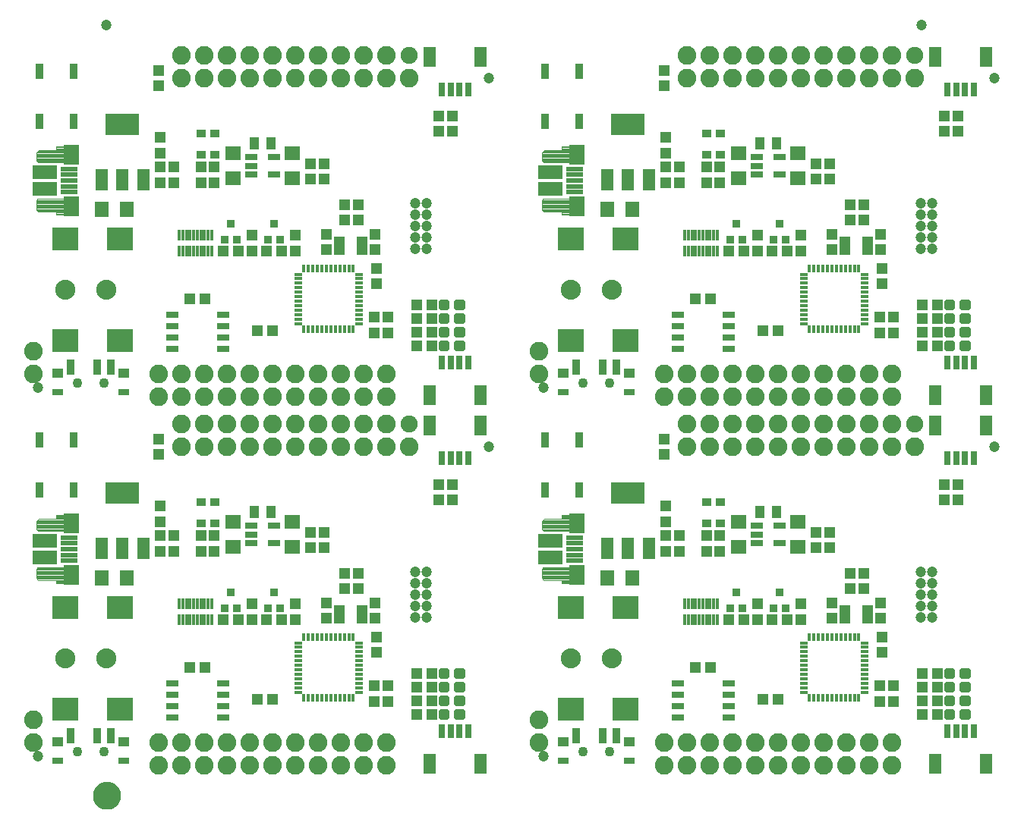
<source format=gts>
G75*
%MOIN*%
%OFA0B0*%
%FSLAX25Y25*%
%IPPOS*%
%LPD*%
%AMOC8*
5,1,8,0,0,1.08239X$1,22.5*
%
%ADD10C,0.07493*%
%ADD11R,0.06312X0.07099*%
%ADD12R,0.04737X0.05131*%
%ADD13R,0.07099X0.06312*%
%ADD14C,0.01990*%
%ADD15R,0.07690X0.02375*%
%ADD16R,0.06548X0.08674*%
%ADD17R,0.10643X0.06410*%
%ADD18C,0.00400*%
%ADD19R,0.05131X0.04737*%
%ADD20R,0.03556X0.06706*%
%ADD21R,0.04737X0.03162*%
%ADD22R,0.04737X0.03950*%
%ADD23C,0.04343*%
%ADD24C,0.08200*%
%ADD25C,0.04737*%
%ADD26R,0.05524X0.03162*%
%ADD27R,0.04737X0.07887*%
%ADD28R,0.01784X0.03556*%
%ADD29R,0.03556X0.01784*%
%ADD30R,0.05600X0.09600*%
%ADD31R,0.14973X0.09461*%
%ADD32R,0.03950X0.05524*%
%ADD33R,0.01587X0.05131*%
%ADD34R,0.01587X0.04737*%
%ADD35R,0.05524X0.08674*%
%ADD36R,0.03162X0.06115*%
%ADD37R,0.05524X0.02965*%
%ADD38R,0.11824X0.10249*%
%ADD39C,0.08800*%
%ADD40R,0.03556X0.03556*%
%ADD41R,0.04068X0.03280*%
%ADD42R,0.03800X0.06800*%
%ADD43C,0.05000*%
%ADD44C,0.06706*%
D10*
X0208750Y0209580D03*
X0430750Y0209580D03*
X0430750Y0371580D03*
X0208750Y0371580D03*
D11*
X0295738Y0304080D03*
X0306762Y0304080D03*
X0084762Y0304080D03*
X0073738Y0304080D03*
X0073738Y0142080D03*
X0084762Y0142080D03*
X0295738Y0142080D03*
X0306762Y0142080D03*
D12*
X0321250Y0153734D03*
X0327250Y0153734D03*
X0327250Y0160426D03*
X0321250Y0160426D03*
X0321250Y0166734D03*
X0321250Y0173426D03*
X0339250Y0160426D03*
X0345050Y0160426D03*
X0345050Y0153734D03*
X0339250Y0153734D03*
X0361750Y0130426D03*
X0361750Y0123734D03*
X0380750Y0123734D03*
X0380750Y0130426D03*
X0394250Y0130926D03*
X0402250Y0137234D03*
X0408250Y0137234D03*
X0408250Y0143926D03*
X0402250Y0143926D03*
X0393250Y0155234D03*
X0387250Y0155234D03*
X0387250Y0161926D03*
X0393250Y0161926D03*
X0415750Y0130926D03*
X0415750Y0124234D03*
X0416250Y0115926D03*
X0416250Y0109234D03*
X0415250Y0094426D03*
X0421250Y0094426D03*
X0421250Y0087734D03*
X0415250Y0087734D03*
X0394250Y0124234D03*
X0443750Y0176234D03*
X0449750Y0176234D03*
X0449750Y0182926D03*
X0443750Y0182926D03*
X0421250Y0249734D03*
X0415250Y0249734D03*
X0415250Y0256426D03*
X0421250Y0256426D03*
X0416250Y0271234D03*
X0416250Y0277926D03*
X0415750Y0286234D03*
X0415750Y0292926D03*
X0408250Y0299234D03*
X0402250Y0299234D03*
X0394250Y0292926D03*
X0394250Y0286234D03*
X0380750Y0285734D03*
X0380750Y0292426D03*
X0402250Y0305926D03*
X0408250Y0305926D03*
X0393250Y0317234D03*
X0387250Y0317234D03*
X0387250Y0323926D03*
X0393250Y0323926D03*
X0361750Y0292426D03*
X0361750Y0285734D03*
X0345050Y0315734D03*
X0339250Y0315734D03*
X0339250Y0322426D03*
X0345050Y0322426D03*
X0327250Y0322426D03*
X0321250Y0322426D03*
X0321250Y0328734D03*
X0321250Y0335426D03*
X0321250Y0315734D03*
X0327250Y0315734D03*
X0320750Y0358234D03*
X0320750Y0364926D03*
X0227750Y0344926D03*
X0221750Y0344926D03*
X0221750Y0338234D03*
X0227750Y0338234D03*
X0186250Y0305926D03*
X0180250Y0305926D03*
X0180250Y0299234D03*
X0186250Y0299234D03*
X0193750Y0292926D03*
X0193750Y0286234D03*
X0194250Y0277926D03*
X0194250Y0271234D03*
X0193250Y0256426D03*
X0199250Y0256426D03*
X0199250Y0249734D03*
X0193250Y0249734D03*
X0172250Y0286234D03*
X0172250Y0292926D03*
X0158750Y0292426D03*
X0158750Y0285734D03*
X0139750Y0285734D03*
X0139750Y0292426D03*
X0123050Y0315734D03*
X0117250Y0315734D03*
X0117250Y0322426D03*
X0123050Y0322426D03*
X0105250Y0322426D03*
X0099250Y0322426D03*
X0099250Y0328734D03*
X0099250Y0335426D03*
X0099250Y0315734D03*
X0105250Y0315734D03*
X0165250Y0317234D03*
X0171250Y0317234D03*
X0171250Y0323926D03*
X0165250Y0323926D03*
X0098750Y0358234D03*
X0098750Y0364926D03*
X0098750Y0202926D03*
X0098750Y0196234D03*
X0099250Y0173426D03*
X0099250Y0166734D03*
X0099250Y0160426D03*
X0105250Y0160426D03*
X0105250Y0153734D03*
X0099250Y0153734D03*
X0117250Y0153734D03*
X0123050Y0153734D03*
X0123050Y0160426D03*
X0117250Y0160426D03*
X0139750Y0130426D03*
X0139750Y0123734D03*
X0158750Y0123734D03*
X0158750Y0130426D03*
X0172250Y0130926D03*
X0180250Y0137234D03*
X0186250Y0137234D03*
X0186250Y0143926D03*
X0180250Y0143926D03*
X0171250Y0155234D03*
X0165250Y0155234D03*
X0165250Y0161926D03*
X0171250Y0161926D03*
X0193750Y0130926D03*
X0193750Y0124234D03*
X0194250Y0115926D03*
X0194250Y0109234D03*
X0193250Y0094426D03*
X0199250Y0094426D03*
X0199250Y0087734D03*
X0193250Y0087734D03*
X0172250Y0124234D03*
X0221750Y0176234D03*
X0227750Y0176234D03*
X0227750Y0182926D03*
X0221750Y0182926D03*
X0320750Y0196234D03*
X0320750Y0202926D03*
X0443750Y0338234D03*
X0449750Y0338234D03*
X0449750Y0344926D03*
X0443750Y0344926D03*
D13*
X0379250Y0328592D03*
X0379250Y0317568D03*
X0353250Y0317568D03*
X0353250Y0328592D03*
X0157250Y0328592D03*
X0157250Y0317568D03*
X0131250Y0317568D03*
X0131250Y0328592D03*
X0131250Y0166592D03*
X0131250Y0155568D03*
X0157250Y0155568D03*
X0157250Y0166592D03*
X0353250Y0166592D03*
X0353250Y0155568D03*
X0379250Y0155568D03*
X0379250Y0166592D03*
D14*
X0444524Y0101203D02*
X0444524Y0098457D01*
X0444524Y0101203D02*
X0447270Y0101203D01*
X0447270Y0098457D01*
X0444524Y0098457D01*
X0444524Y0100347D02*
X0447270Y0100347D01*
X0451430Y0101203D02*
X0451430Y0098457D01*
X0451430Y0101203D02*
X0454176Y0101203D01*
X0454176Y0098457D01*
X0451430Y0098457D01*
X0451430Y0100347D02*
X0454176Y0100347D01*
X0451430Y0095253D02*
X0451430Y0092507D01*
X0451430Y0095253D02*
X0454176Y0095253D01*
X0454176Y0092507D01*
X0451430Y0092507D01*
X0451430Y0094397D02*
X0454176Y0094397D01*
X0444524Y0095253D02*
X0444524Y0092507D01*
X0444524Y0095253D02*
X0447270Y0095253D01*
X0447270Y0092507D01*
X0444524Y0092507D01*
X0444524Y0094397D02*
X0447270Y0094397D01*
X0447270Y0089203D02*
X0447270Y0086457D01*
X0444524Y0086457D01*
X0444524Y0089203D01*
X0447270Y0089203D01*
X0447270Y0088347D02*
X0444524Y0088347D01*
X0447270Y0083203D02*
X0447270Y0080457D01*
X0444524Y0080457D01*
X0444524Y0083203D01*
X0447270Y0083203D01*
X0447270Y0082347D02*
X0444524Y0082347D01*
X0454176Y0083203D02*
X0454176Y0080457D01*
X0451430Y0080457D01*
X0451430Y0083203D01*
X0454176Y0083203D01*
X0454176Y0082347D02*
X0451430Y0082347D01*
X0454176Y0086457D02*
X0454176Y0089203D01*
X0454176Y0086457D02*
X0451430Y0086457D01*
X0451430Y0089203D01*
X0454176Y0089203D01*
X0454176Y0088347D02*
X0451430Y0088347D01*
X0232176Y0089203D02*
X0232176Y0086457D01*
X0229430Y0086457D01*
X0229430Y0089203D01*
X0232176Y0089203D01*
X0232176Y0088347D02*
X0229430Y0088347D01*
X0225270Y0089203D02*
X0225270Y0086457D01*
X0222524Y0086457D01*
X0222524Y0089203D01*
X0225270Y0089203D01*
X0225270Y0088347D02*
X0222524Y0088347D01*
X0225270Y0083203D02*
X0225270Y0080457D01*
X0222524Y0080457D01*
X0222524Y0083203D01*
X0225270Y0083203D01*
X0225270Y0082347D02*
X0222524Y0082347D01*
X0232176Y0083203D02*
X0232176Y0080457D01*
X0229430Y0080457D01*
X0229430Y0083203D01*
X0232176Y0083203D01*
X0232176Y0082347D02*
X0229430Y0082347D01*
X0229430Y0092507D02*
X0229430Y0095253D01*
X0232176Y0095253D01*
X0232176Y0092507D01*
X0229430Y0092507D01*
X0229430Y0094397D02*
X0232176Y0094397D01*
X0229430Y0098457D02*
X0229430Y0101203D01*
X0232176Y0101203D01*
X0232176Y0098457D01*
X0229430Y0098457D01*
X0229430Y0100347D02*
X0232176Y0100347D01*
X0222524Y0101203D02*
X0222524Y0098457D01*
X0222524Y0101203D02*
X0225270Y0101203D01*
X0225270Y0098457D01*
X0222524Y0098457D01*
X0222524Y0100347D02*
X0225270Y0100347D01*
X0222524Y0095253D02*
X0222524Y0092507D01*
X0222524Y0095253D02*
X0225270Y0095253D01*
X0225270Y0092507D01*
X0222524Y0092507D01*
X0222524Y0094397D02*
X0225270Y0094397D01*
X0225270Y0242457D02*
X0225270Y0245203D01*
X0225270Y0242457D02*
X0222524Y0242457D01*
X0222524Y0245203D01*
X0225270Y0245203D01*
X0225270Y0244347D02*
X0222524Y0244347D01*
X0225270Y0248457D02*
X0225270Y0251203D01*
X0225270Y0248457D02*
X0222524Y0248457D01*
X0222524Y0251203D01*
X0225270Y0251203D01*
X0225270Y0250347D02*
X0222524Y0250347D01*
X0232176Y0251203D02*
X0232176Y0248457D01*
X0229430Y0248457D01*
X0229430Y0251203D01*
X0232176Y0251203D01*
X0232176Y0250347D02*
X0229430Y0250347D01*
X0232176Y0245203D02*
X0232176Y0242457D01*
X0229430Y0242457D01*
X0229430Y0245203D01*
X0232176Y0245203D01*
X0232176Y0244347D02*
X0229430Y0244347D01*
X0229430Y0254507D02*
X0229430Y0257253D01*
X0232176Y0257253D01*
X0232176Y0254507D01*
X0229430Y0254507D01*
X0229430Y0256397D02*
X0232176Y0256397D01*
X0229430Y0260457D02*
X0229430Y0263203D01*
X0232176Y0263203D01*
X0232176Y0260457D01*
X0229430Y0260457D01*
X0229430Y0262347D02*
X0232176Y0262347D01*
X0222524Y0263203D02*
X0222524Y0260457D01*
X0222524Y0263203D02*
X0225270Y0263203D01*
X0225270Y0260457D01*
X0222524Y0260457D01*
X0222524Y0262347D02*
X0225270Y0262347D01*
X0222524Y0257253D02*
X0222524Y0254507D01*
X0222524Y0257253D02*
X0225270Y0257253D01*
X0225270Y0254507D01*
X0222524Y0254507D01*
X0222524Y0256397D02*
X0225270Y0256397D01*
X0444524Y0257253D02*
X0444524Y0254507D01*
X0444524Y0257253D02*
X0447270Y0257253D01*
X0447270Y0254507D01*
X0444524Y0254507D01*
X0444524Y0256397D02*
X0447270Y0256397D01*
X0451430Y0257253D02*
X0451430Y0254507D01*
X0451430Y0257253D02*
X0454176Y0257253D01*
X0454176Y0254507D01*
X0451430Y0254507D01*
X0451430Y0256397D02*
X0454176Y0256397D01*
X0451430Y0260457D02*
X0451430Y0263203D01*
X0454176Y0263203D01*
X0454176Y0260457D01*
X0451430Y0260457D01*
X0451430Y0262347D02*
X0454176Y0262347D01*
X0444524Y0263203D02*
X0444524Y0260457D01*
X0444524Y0263203D02*
X0447270Y0263203D01*
X0447270Y0260457D01*
X0444524Y0260457D01*
X0444524Y0262347D02*
X0447270Y0262347D01*
X0447270Y0251203D02*
X0447270Y0248457D01*
X0444524Y0248457D01*
X0444524Y0251203D01*
X0447270Y0251203D01*
X0447270Y0250347D02*
X0444524Y0250347D01*
X0447270Y0245203D02*
X0447270Y0242457D01*
X0444524Y0242457D01*
X0444524Y0245203D01*
X0447270Y0245203D01*
X0447270Y0244347D02*
X0444524Y0244347D01*
X0454176Y0245203D02*
X0454176Y0242457D01*
X0451430Y0242457D01*
X0451430Y0245203D01*
X0454176Y0245203D01*
X0454176Y0244347D02*
X0451430Y0244347D01*
X0454176Y0248457D02*
X0454176Y0251203D01*
X0454176Y0248457D02*
X0451430Y0248457D01*
X0451430Y0251203D01*
X0454176Y0251203D01*
X0454176Y0250347D02*
X0451430Y0250347D01*
D15*
X0281250Y0311462D03*
X0281250Y0314021D03*
X0281250Y0316580D03*
X0281250Y0319139D03*
X0281250Y0321698D03*
X0059250Y0321698D03*
X0059250Y0319139D03*
X0059250Y0316580D03*
X0059250Y0314021D03*
X0059250Y0311462D03*
X0059250Y0159698D03*
X0059250Y0157139D03*
X0059250Y0154580D03*
X0059250Y0152021D03*
X0059250Y0149462D03*
X0281250Y0149462D03*
X0281250Y0152021D03*
X0281250Y0154580D03*
X0281250Y0157139D03*
X0281250Y0159698D03*
D16*
X0282333Y0165997D03*
X0282333Y0143163D03*
X0060333Y0143163D03*
X0060333Y0165997D03*
X0060333Y0305163D03*
X0060333Y0327997D03*
X0282333Y0327997D03*
X0282333Y0305163D03*
D17*
X0270719Y0312791D03*
X0270719Y0320369D03*
X0048719Y0320369D03*
X0048719Y0312791D03*
X0048719Y0158369D03*
X0048719Y0150791D03*
X0270719Y0150791D03*
X0270719Y0158369D03*
D18*
X0268553Y0162454D02*
X0268242Y0162445D01*
X0267936Y0162505D01*
X0267651Y0162632D01*
X0267402Y0162819D01*
X0267200Y0163057D01*
X0267057Y0163333D01*
X0266978Y0163635D01*
X0266978Y0166391D01*
X0267018Y0166741D01*
X0267134Y0167074D01*
X0267322Y0167373D01*
X0267571Y0167622D01*
X0267870Y0167810D01*
X0268203Y0167926D01*
X0268553Y0167966D01*
X0275640Y0167966D01*
X0275640Y0169541D01*
X0278789Y0169541D01*
X0278789Y0162454D01*
X0268553Y0162454D01*
X0267775Y0162577D02*
X0278789Y0162577D01*
X0278789Y0162975D02*
X0267269Y0162975D01*
X0267046Y0163374D02*
X0278789Y0163374D01*
X0278789Y0163772D02*
X0266978Y0163772D01*
X0266978Y0164171D02*
X0278789Y0164171D01*
X0278789Y0164569D02*
X0266978Y0164569D01*
X0266978Y0164968D02*
X0278789Y0164968D01*
X0278789Y0165366D02*
X0266978Y0165366D01*
X0266978Y0165765D02*
X0278789Y0165765D01*
X0278789Y0166163D02*
X0266978Y0166163D01*
X0266998Y0166562D02*
X0278789Y0166562D01*
X0278789Y0166960D02*
X0267094Y0166960D01*
X0267313Y0167359D02*
X0278789Y0167359D01*
X0278789Y0167757D02*
X0267786Y0167757D01*
X0275640Y0168156D02*
X0278789Y0168156D01*
X0278789Y0168554D02*
X0275640Y0168554D01*
X0275640Y0168953D02*
X0278789Y0168953D01*
X0278789Y0169351D02*
X0275640Y0169351D01*
X0278789Y0146706D02*
X0268159Y0146706D01*
X0267897Y0146676D01*
X0267647Y0146589D01*
X0267423Y0146448D01*
X0267236Y0146261D01*
X0267095Y0146037D01*
X0267008Y0145788D01*
X0266978Y0145525D01*
X0266978Y0142375D01*
X0266969Y0142064D01*
X0267029Y0141758D01*
X0267156Y0141473D01*
X0267343Y0141224D01*
X0267581Y0141022D01*
X0267858Y0140879D01*
X0268159Y0140800D01*
X0275640Y0140800D01*
X0275640Y0139619D01*
X0278789Y0139619D01*
X0278789Y0146706D01*
X0278789Y0146636D02*
X0267782Y0146636D01*
X0267221Y0146238D02*
X0278789Y0146238D01*
X0278789Y0145839D02*
X0267026Y0145839D01*
X0266978Y0145441D02*
X0278789Y0145441D01*
X0278789Y0145042D02*
X0266978Y0145042D01*
X0266978Y0144644D02*
X0278789Y0144644D01*
X0278789Y0144245D02*
X0266978Y0144245D01*
X0266978Y0143847D02*
X0278789Y0143847D01*
X0278789Y0143448D02*
X0266978Y0143448D01*
X0266978Y0143050D02*
X0278789Y0143050D01*
X0278789Y0142651D02*
X0266978Y0142651D01*
X0266975Y0142252D02*
X0278789Y0142252D01*
X0278789Y0141854D02*
X0267010Y0141854D01*
X0267170Y0141455D02*
X0278789Y0141455D01*
X0278789Y0141057D02*
X0267540Y0141057D01*
X0275640Y0140658D02*
X0278789Y0140658D01*
X0278789Y0140260D02*
X0275640Y0140260D01*
X0275640Y0139861D02*
X0278789Y0139861D01*
X0056789Y0139861D02*
X0053640Y0139861D01*
X0053640Y0139619D02*
X0053640Y0140800D01*
X0046159Y0140800D01*
X0045858Y0140879D01*
X0045581Y0141022D01*
X0045343Y0141224D01*
X0045156Y0141473D01*
X0045029Y0141758D01*
X0044969Y0142064D01*
X0044978Y0142375D01*
X0044978Y0145525D01*
X0045008Y0145788D01*
X0045095Y0146037D01*
X0045236Y0146261D01*
X0045423Y0146448D01*
X0045647Y0146589D01*
X0045897Y0146676D01*
X0046159Y0146706D01*
X0056789Y0146706D01*
X0056789Y0139619D01*
X0053640Y0139619D01*
X0053640Y0140260D02*
X0056789Y0140260D01*
X0056789Y0140658D02*
X0053640Y0140658D01*
X0056789Y0141057D02*
X0045540Y0141057D01*
X0045170Y0141455D02*
X0056789Y0141455D01*
X0056789Y0141854D02*
X0045010Y0141854D01*
X0044975Y0142252D02*
X0056789Y0142252D01*
X0056789Y0142651D02*
X0044978Y0142651D01*
X0044978Y0143050D02*
X0056789Y0143050D01*
X0056789Y0143448D02*
X0044978Y0143448D01*
X0044978Y0143847D02*
X0056789Y0143847D01*
X0056789Y0144245D02*
X0044978Y0144245D01*
X0044978Y0144644D02*
X0056789Y0144644D01*
X0056789Y0145042D02*
X0044978Y0145042D01*
X0044978Y0145441D02*
X0056789Y0145441D01*
X0056789Y0145839D02*
X0045026Y0145839D01*
X0045221Y0146238D02*
X0056789Y0146238D01*
X0056789Y0146636D02*
X0045782Y0146636D01*
X0046242Y0162445D02*
X0045936Y0162505D01*
X0045651Y0162632D01*
X0045402Y0162819D01*
X0045200Y0163057D01*
X0045057Y0163333D01*
X0044978Y0163635D01*
X0044978Y0166391D01*
X0045018Y0166741D01*
X0045134Y0167074D01*
X0045322Y0167373D01*
X0045571Y0167622D01*
X0045870Y0167810D01*
X0046203Y0167926D01*
X0046553Y0167966D01*
X0053640Y0167966D01*
X0053640Y0169541D01*
X0056789Y0169541D01*
X0056789Y0162454D01*
X0046553Y0162454D01*
X0046242Y0162445D01*
X0045775Y0162577D02*
X0056789Y0162577D01*
X0056789Y0162975D02*
X0045269Y0162975D01*
X0045046Y0163374D02*
X0056789Y0163374D01*
X0056789Y0163772D02*
X0044978Y0163772D01*
X0044978Y0164171D02*
X0056789Y0164171D01*
X0056789Y0164569D02*
X0044978Y0164569D01*
X0044978Y0164968D02*
X0056789Y0164968D01*
X0056789Y0165366D02*
X0044978Y0165366D01*
X0044978Y0165765D02*
X0056789Y0165765D01*
X0056789Y0166163D02*
X0044978Y0166163D01*
X0044998Y0166562D02*
X0056789Y0166562D01*
X0056789Y0166960D02*
X0045094Y0166960D01*
X0045313Y0167359D02*
X0056789Y0167359D01*
X0056789Y0167757D02*
X0045786Y0167757D01*
X0053640Y0168156D02*
X0056789Y0168156D01*
X0056789Y0168554D02*
X0053640Y0168554D01*
X0053640Y0168953D02*
X0056789Y0168953D01*
X0056789Y0169351D02*
X0053640Y0169351D01*
X0053640Y0301619D02*
X0053640Y0302800D01*
X0046159Y0302800D01*
X0045858Y0302879D01*
X0045581Y0303022D01*
X0045343Y0303224D01*
X0045156Y0303473D01*
X0045029Y0303758D01*
X0044969Y0304064D01*
X0044978Y0304375D01*
X0044978Y0307525D01*
X0045008Y0307788D01*
X0045095Y0308037D01*
X0045236Y0308261D01*
X0045423Y0308448D01*
X0045647Y0308589D01*
X0045897Y0308676D01*
X0046159Y0308706D01*
X0056789Y0308706D01*
X0056789Y0301619D01*
X0053640Y0301619D01*
X0053640Y0301657D02*
X0056789Y0301657D01*
X0056789Y0302056D02*
X0053640Y0302056D01*
X0053640Y0302454D02*
X0056789Y0302454D01*
X0056789Y0302853D02*
X0045959Y0302853D01*
X0045323Y0303251D02*
X0056789Y0303251D01*
X0056789Y0303650D02*
X0045078Y0303650D01*
X0044972Y0304048D02*
X0056789Y0304048D01*
X0056789Y0304447D02*
X0044978Y0304447D01*
X0044978Y0304845D02*
X0056789Y0304845D01*
X0056789Y0305244D02*
X0044978Y0305244D01*
X0044978Y0305642D02*
X0056789Y0305642D01*
X0056789Y0306041D02*
X0044978Y0306041D01*
X0044978Y0306439D02*
X0056789Y0306439D01*
X0056789Y0306838D02*
X0044978Y0306838D01*
X0044978Y0307236D02*
X0056789Y0307236D01*
X0056789Y0307635D02*
X0044991Y0307635D01*
X0045094Y0308033D02*
X0056789Y0308033D01*
X0056789Y0308432D02*
X0045406Y0308432D01*
X0046242Y0324445D02*
X0045936Y0324505D01*
X0045651Y0324632D01*
X0045402Y0324819D01*
X0045200Y0325057D01*
X0045057Y0325333D01*
X0044978Y0325635D01*
X0044978Y0328391D01*
X0045018Y0328741D01*
X0045134Y0329074D01*
X0045322Y0329373D01*
X0045571Y0329622D01*
X0045870Y0329810D01*
X0046203Y0329926D01*
X0046553Y0329966D01*
X0053640Y0329966D01*
X0053640Y0331541D01*
X0056789Y0331541D01*
X0056789Y0324454D01*
X0046553Y0324454D01*
X0046242Y0324445D01*
X0045466Y0324771D02*
X0056789Y0324771D01*
X0056789Y0325169D02*
X0045142Y0325169D01*
X0044996Y0325568D02*
X0056789Y0325568D01*
X0056789Y0325966D02*
X0044978Y0325966D01*
X0044978Y0326365D02*
X0056789Y0326365D01*
X0056789Y0326763D02*
X0044978Y0326763D01*
X0044978Y0327162D02*
X0056789Y0327162D01*
X0056789Y0327560D02*
X0044978Y0327560D01*
X0044978Y0327959D02*
X0056789Y0327959D01*
X0056789Y0328357D02*
X0044978Y0328357D01*
X0045023Y0328756D02*
X0056789Y0328756D01*
X0056789Y0329154D02*
X0045185Y0329154D01*
X0045502Y0329553D02*
X0056789Y0329553D01*
X0056789Y0329951D02*
X0046424Y0329951D01*
X0053640Y0330350D02*
X0056789Y0330350D01*
X0056789Y0330748D02*
X0053640Y0330748D01*
X0053640Y0331147D02*
X0056789Y0331147D01*
X0266978Y0328391D02*
X0266978Y0325635D01*
X0267057Y0325333D01*
X0267200Y0325057D01*
X0267402Y0324819D01*
X0267651Y0324632D01*
X0267936Y0324505D01*
X0268242Y0324445D01*
X0268553Y0324454D01*
X0278789Y0324454D01*
X0278789Y0331541D01*
X0275640Y0331541D01*
X0275640Y0329966D01*
X0268553Y0329966D01*
X0268203Y0329926D01*
X0267870Y0329810D01*
X0267571Y0329622D01*
X0267322Y0329373D01*
X0267134Y0329074D01*
X0267018Y0328741D01*
X0266978Y0328391D01*
X0266978Y0328357D02*
X0278789Y0328357D01*
X0278789Y0327959D02*
X0266978Y0327959D01*
X0266978Y0327560D02*
X0278789Y0327560D01*
X0278789Y0327162D02*
X0266978Y0327162D01*
X0266978Y0326763D02*
X0278789Y0326763D01*
X0278789Y0326365D02*
X0266978Y0326365D01*
X0266978Y0325966D02*
X0278789Y0325966D01*
X0278789Y0325568D02*
X0266996Y0325568D01*
X0267142Y0325169D02*
X0278789Y0325169D01*
X0278789Y0324771D02*
X0267466Y0324771D01*
X0267023Y0328756D02*
X0278789Y0328756D01*
X0278789Y0329154D02*
X0267185Y0329154D01*
X0267502Y0329553D02*
X0278789Y0329553D01*
X0278789Y0329951D02*
X0268424Y0329951D01*
X0275640Y0330350D02*
X0278789Y0330350D01*
X0278789Y0330748D02*
X0275640Y0330748D01*
X0275640Y0331147D02*
X0278789Y0331147D01*
X0278789Y0308706D02*
X0268159Y0308706D01*
X0267897Y0308676D01*
X0267647Y0308589D01*
X0267423Y0308448D01*
X0267236Y0308261D01*
X0267095Y0308037D01*
X0267008Y0307788D01*
X0266978Y0307525D01*
X0266978Y0304375D01*
X0266969Y0304064D01*
X0267029Y0303758D01*
X0267156Y0303473D01*
X0267343Y0303224D01*
X0267581Y0303022D01*
X0267858Y0302879D01*
X0268159Y0302800D01*
X0275640Y0302800D01*
X0275640Y0301619D01*
X0278789Y0301619D01*
X0278789Y0308706D01*
X0278789Y0308432D02*
X0267406Y0308432D01*
X0267094Y0308033D02*
X0278789Y0308033D01*
X0278789Y0307635D02*
X0266991Y0307635D01*
X0266978Y0307236D02*
X0278789Y0307236D01*
X0278789Y0306838D02*
X0266978Y0306838D01*
X0266978Y0306439D02*
X0278789Y0306439D01*
X0278789Y0306041D02*
X0266978Y0306041D01*
X0266978Y0305642D02*
X0278789Y0305642D01*
X0278789Y0305244D02*
X0266978Y0305244D01*
X0266978Y0304845D02*
X0278789Y0304845D01*
X0278789Y0304447D02*
X0266978Y0304447D01*
X0266972Y0304048D02*
X0278789Y0304048D01*
X0278789Y0303650D02*
X0267078Y0303650D01*
X0267323Y0303251D02*
X0278789Y0303251D01*
X0278789Y0302853D02*
X0267959Y0302853D01*
X0275640Y0302454D02*
X0278789Y0302454D01*
X0278789Y0302056D02*
X0275640Y0302056D01*
X0275640Y0301657D02*
X0278789Y0301657D01*
D19*
X0334404Y0264480D03*
X0341096Y0264480D03*
X0363904Y0250580D03*
X0370596Y0250580D03*
X0367904Y0285580D03*
X0374596Y0285580D03*
X0355596Y0285580D03*
X0348904Y0285580D03*
X0434004Y0261830D03*
X0434004Y0255880D03*
X0440696Y0255880D03*
X0440696Y0261830D03*
X0440696Y0249830D03*
X0440696Y0243830D03*
X0434004Y0243830D03*
X0434004Y0249830D03*
X0374596Y0123580D03*
X0367904Y0123580D03*
X0355596Y0123580D03*
X0348904Y0123580D03*
X0341096Y0102480D03*
X0334404Y0102480D03*
X0363904Y0088580D03*
X0370596Y0088580D03*
X0434004Y0087830D03*
X0434004Y0081830D03*
X0440696Y0081830D03*
X0440696Y0087830D03*
X0440696Y0093880D03*
X0440696Y0099830D03*
X0434004Y0099830D03*
X0434004Y0093880D03*
X0218696Y0093880D03*
X0218696Y0099830D03*
X0212004Y0099830D03*
X0212004Y0093880D03*
X0212004Y0087830D03*
X0212004Y0081830D03*
X0218696Y0081830D03*
X0218696Y0087830D03*
X0152596Y0123580D03*
X0145904Y0123580D03*
X0133596Y0123580D03*
X0126904Y0123580D03*
X0119096Y0102480D03*
X0112404Y0102480D03*
X0141904Y0088580D03*
X0148596Y0088580D03*
X0212004Y0243830D03*
X0212004Y0249830D03*
X0218696Y0249830D03*
X0218696Y0243830D03*
X0218696Y0255880D03*
X0218696Y0261830D03*
X0212004Y0261830D03*
X0212004Y0255880D03*
X0152596Y0285580D03*
X0145904Y0285580D03*
X0133596Y0285580D03*
X0126904Y0285580D03*
X0119096Y0264480D03*
X0112404Y0264480D03*
X0141904Y0250580D03*
X0148596Y0250580D03*
D20*
X0077608Y0234570D03*
X0071703Y0234570D03*
X0059892Y0234570D03*
X0281892Y0234570D03*
X0293703Y0234570D03*
X0299608Y0234570D03*
X0299608Y0072570D03*
X0293703Y0072570D03*
X0281892Y0072570D03*
X0077608Y0072570D03*
X0071703Y0072570D03*
X0059892Y0072570D03*
D21*
X0054380Y0061743D03*
X0083120Y0061743D03*
X0276380Y0061743D03*
X0305120Y0061743D03*
X0305120Y0223743D03*
X0276380Y0223743D03*
X0083120Y0223743D03*
X0054380Y0223743D03*
D22*
X0054380Y0232011D03*
X0083120Y0232011D03*
X0276380Y0232011D03*
X0305120Y0232011D03*
X0305120Y0070011D03*
X0276380Y0070011D03*
X0083120Y0070011D03*
X0054380Y0070011D03*
D23*
X0062844Y0065680D03*
X0074656Y0065680D03*
X0284844Y0065680D03*
X0296656Y0065680D03*
X0296656Y0227680D03*
X0284844Y0227680D03*
X0074656Y0227680D03*
X0062844Y0227680D03*
D24*
X0043750Y0231580D03*
X0043750Y0241580D03*
X0098750Y0231580D03*
X0108750Y0231580D03*
X0118750Y0231580D03*
X0128750Y0231580D03*
X0138750Y0231580D03*
X0148750Y0231580D03*
X0158750Y0231580D03*
X0168750Y0231580D03*
X0178750Y0231580D03*
X0188750Y0231580D03*
X0198750Y0231580D03*
X0198750Y0221580D03*
X0188750Y0221580D03*
X0178750Y0221580D03*
X0168750Y0221580D03*
X0158750Y0221580D03*
X0148750Y0221580D03*
X0138750Y0221580D03*
X0128750Y0221580D03*
X0118750Y0221580D03*
X0108750Y0221580D03*
X0098750Y0221580D03*
X0108750Y0209580D03*
X0108750Y0199580D03*
X0118750Y0199580D03*
X0118750Y0209580D03*
X0128750Y0209580D03*
X0138750Y0209580D03*
X0138750Y0199580D03*
X0128750Y0199580D03*
X0148750Y0199580D03*
X0148750Y0209580D03*
X0158750Y0209580D03*
X0168750Y0209580D03*
X0168750Y0199580D03*
X0158750Y0199580D03*
X0178750Y0199580D03*
X0178750Y0209580D03*
X0188750Y0209580D03*
X0188750Y0199580D03*
X0198750Y0199580D03*
X0208750Y0199580D03*
X0198750Y0209580D03*
X0265750Y0231580D03*
X0265750Y0241580D03*
X0320750Y0231580D03*
X0330750Y0231580D03*
X0340750Y0231580D03*
X0350750Y0231580D03*
X0360750Y0231580D03*
X0370750Y0231580D03*
X0380750Y0231580D03*
X0390750Y0231580D03*
X0400750Y0231580D03*
X0410750Y0231580D03*
X0420750Y0231580D03*
X0420750Y0221580D03*
X0410750Y0221580D03*
X0400750Y0221580D03*
X0390750Y0221580D03*
X0380750Y0221580D03*
X0370750Y0221580D03*
X0360750Y0221580D03*
X0350750Y0221580D03*
X0340750Y0221580D03*
X0330750Y0221580D03*
X0320750Y0221580D03*
X0330750Y0209580D03*
X0330750Y0199580D03*
X0340750Y0199580D03*
X0340750Y0209580D03*
X0350750Y0209580D03*
X0360750Y0209580D03*
X0360750Y0199580D03*
X0350750Y0199580D03*
X0370750Y0199580D03*
X0370750Y0209580D03*
X0380750Y0209580D03*
X0390750Y0209580D03*
X0390750Y0199580D03*
X0380750Y0199580D03*
X0400750Y0199580D03*
X0400750Y0209580D03*
X0410750Y0209580D03*
X0410750Y0199580D03*
X0420750Y0199580D03*
X0430750Y0199580D03*
X0420750Y0209580D03*
X0265750Y0079580D03*
X0265750Y0069580D03*
X0320750Y0069580D03*
X0330750Y0069580D03*
X0340750Y0069580D03*
X0350750Y0069580D03*
X0360750Y0069580D03*
X0370750Y0069580D03*
X0380750Y0069580D03*
X0390750Y0069580D03*
X0400750Y0069580D03*
X0410750Y0069580D03*
X0420750Y0069580D03*
X0420750Y0059580D03*
X0410750Y0059580D03*
X0400750Y0059580D03*
X0390750Y0059580D03*
X0380750Y0059580D03*
X0370750Y0059580D03*
X0360750Y0059580D03*
X0350750Y0059580D03*
X0340750Y0059580D03*
X0330750Y0059580D03*
X0320750Y0059580D03*
X0198750Y0059580D03*
X0188750Y0059580D03*
X0178750Y0059580D03*
X0168750Y0059580D03*
X0158750Y0059580D03*
X0148750Y0059580D03*
X0138750Y0059580D03*
X0128750Y0059580D03*
X0118750Y0059580D03*
X0108750Y0059580D03*
X0098750Y0059580D03*
X0098750Y0069580D03*
X0108750Y0069580D03*
X0118750Y0069580D03*
X0128750Y0069580D03*
X0138750Y0069580D03*
X0148750Y0069580D03*
X0158750Y0069580D03*
X0168750Y0069580D03*
X0178750Y0069580D03*
X0188750Y0069580D03*
X0198750Y0069580D03*
X0043750Y0069580D03*
X0043750Y0079580D03*
X0108750Y0361580D03*
X0108750Y0371580D03*
X0118750Y0371580D03*
X0118750Y0361580D03*
X0128750Y0361580D03*
X0138750Y0361580D03*
X0138750Y0371580D03*
X0128750Y0371580D03*
X0148750Y0371580D03*
X0148750Y0361580D03*
X0158750Y0361580D03*
X0168750Y0361580D03*
X0168750Y0371580D03*
X0158750Y0371580D03*
X0178750Y0371580D03*
X0178750Y0361580D03*
X0188750Y0361580D03*
X0188750Y0371580D03*
X0198750Y0371580D03*
X0198750Y0361580D03*
X0208750Y0361580D03*
X0330750Y0361580D03*
X0330750Y0371580D03*
X0340750Y0371580D03*
X0340750Y0361580D03*
X0350750Y0361580D03*
X0360750Y0361580D03*
X0360750Y0371580D03*
X0350750Y0371580D03*
X0370750Y0371580D03*
X0370750Y0361580D03*
X0380750Y0361580D03*
X0390750Y0361580D03*
X0390750Y0371580D03*
X0380750Y0371580D03*
X0400750Y0371580D03*
X0400750Y0361580D03*
X0410750Y0361580D03*
X0410750Y0371580D03*
X0420750Y0371580D03*
X0420750Y0361580D03*
X0430750Y0361580D03*
D25*
X0433750Y0384830D03*
X0465750Y0361580D03*
X0438250Y0306580D03*
X0438250Y0301580D03*
X0438250Y0296580D03*
X0433250Y0296580D03*
X0433250Y0301580D03*
X0433250Y0306580D03*
X0433250Y0291580D03*
X0433250Y0286580D03*
X0438250Y0286580D03*
X0438250Y0291580D03*
X0465750Y0199580D03*
X0438250Y0144580D03*
X0438250Y0139580D03*
X0438250Y0134580D03*
X0433250Y0134580D03*
X0433250Y0139580D03*
X0433250Y0144580D03*
X0433250Y0129580D03*
X0433250Y0124580D03*
X0438250Y0124580D03*
X0438250Y0129580D03*
X0267750Y0063580D03*
X0216250Y0124580D03*
X0216250Y0129580D03*
X0211250Y0129580D03*
X0211250Y0124580D03*
X0211250Y0134580D03*
X0211250Y0139580D03*
X0211250Y0144580D03*
X0216250Y0144580D03*
X0216250Y0139580D03*
X0216250Y0134580D03*
X0243750Y0199580D03*
X0267750Y0225580D03*
X0216250Y0286580D03*
X0216250Y0291580D03*
X0211250Y0291580D03*
X0211250Y0286580D03*
X0211250Y0296580D03*
X0211250Y0301580D03*
X0211250Y0306580D03*
X0216250Y0306580D03*
X0216250Y0301580D03*
X0216250Y0296580D03*
X0243750Y0361580D03*
X0075750Y0384830D03*
X0045750Y0225580D03*
X0045750Y0063580D03*
D26*
X0104726Y0080480D03*
X0104726Y0085480D03*
X0104726Y0090480D03*
X0104726Y0095480D03*
X0126774Y0095480D03*
X0126774Y0090480D03*
X0126774Y0085480D03*
X0126774Y0080480D03*
X0326726Y0080480D03*
X0326726Y0085480D03*
X0326726Y0090480D03*
X0326726Y0095480D03*
X0348774Y0095480D03*
X0348774Y0090480D03*
X0348774Y0085480D03*
X0348774Y0080480D03*
X0348774Y0242480D03*
X0348774Y0247480D03*
X0348774Y0252480D03*
X0348774Y0257480D03*
X0326726Y0257480D03*
X0326726Y0252480D03*
X0326726Y0247480D03*
X0326726Y0242480D03*
X0126774Y0242480D03*
X0126774Y0247480D03*
X0126774Y0252480D03*
X0126774Y0257480D03*
X0104726Y0257480D03*
X0104726Y0252480D03*
X0104726Y0247480D03*
X0104726Y0242480D03*
D27*
X0178079Y0288080D03*
X0187921Y0288080D03*
X0400079Y0288080D03*
X0409921Y0288080D03*
X0409921Y0126080D03*
X0400079Y0126080D03*
X0187921Y0126080D03*
X0178079Y0126080D03*
D28*
X0178171Y0115966D03*
X0176203Y0115966D03*
X0174234Y0115966D03*
X0172266Y0115966D03*
X0170297Y0115966D03*
X0168329Y0115966D03*
X0166360Y0115966D03*
X0164392Y0115966D03*
X0162423Y0115966D03*
X0180140Y0115966D03*
X0182108Y0115966D03*
X0184077Y0115966D03*
X0184077Y0089194D03*
X0182108Y0089194D03*
X0180140Y0089194D03*
X0178171Y0089194D03*
X0176203Y0089194D03*
X0174234Y0089194D03*
X0172266Y0089194D03*
X0170297Y0089194D03*
X0168329Y0089194D03*
X0166360Y0089194D03*
X0164392Y0089194D03*
X0162423Y0089194D03*
X0384423Y0089194D03*
X0386392Y0089194D03*
X0388360Y0089194D03*
X0390329Y0089194D03*
X0392297Y0089194D03*
X0394266Y0089194D03*
X0396234Y0089194D03*
X0398203Y0089194D03*
X0400171Y0089194D03*
X0402140Y0089194D03*
X0404108Y0089194D03*
X0406077Y0089194D03*
X0406077Y0115966D03*
X0404108Y0115966D03*
X0402140Y0115966D03*
X0400171Y0115966D03*
X0398203Y0115966D03*
X0396234Y0115966D03*
X0394266Y0115966D03*
X0392297Y0115966D03*
X0390329Y0115966D03*
X0388360Y0115966D03*
X0386392Y0115966D03*
X0384423Y0115966D03*
X0384423Y0251194D03*
X0386392Y0251194D03*
X0388360Y0251194D03*
X0390329Y0251194D03*
X0392297Y0251194D03*
X0394266Y0251194D03*
X0396234Y0251194D03*
X0398203Y0251194D03*
X0400171Y0251194D03*
X0402140Y0251194D03*
X0404108Y0251194D03*
X0406077Y0251194D03*
X0406077Y0277966D03*
X0404108Y0277966D03*
X0402140Y0277966D03*
X0400171Y0277966D03*
X0398203Y0277966D03*
X0396234Y0277966D03*
X0394266Y0277966D03*
X0392297Y0277966D03*
X0390329Y0277966D03*
X0388360Y0277966D03*
X0386392Y0277966D03*
X0384423Y0277966D03*
X0184077Y0277966D03*
X0182108Y0277966D03*
X0180140Y0277966D03*
X0178171Y0277966D03*
X0176203Y0277966D03*
X0174234Y0277966D03*
X0172266Y0277966D03*
X0170297Y0277966D03*
X0168329Y0277966D03*
X0166360Y0277966D03*
X0164392Y0277966D03*
X0162423Y0277966D03*
X0162423Y0251194D03*
X0164392Y0251194D03*
X0166360Y0251194D03*
X0168329Y0251194D03*
X0170297Y0251194D03*
X0172266Y0251194D03*
X0174234Y0251194D03*
X0176203Y0251194D03*
X0178171Y0251194D03*
X0180140Y0251194D03*
X0182108Y0251194D03*
X0184077Y0251194D03*
D29*
X0186636Y0253753D03*
X0186636Y0255722D03*
X0186636Y0257690D03*
X0186636Y0259659D03*
X0186636Y0261627D03*
X0186636Y0263596D03*
X0186636Y0265564D03*
X0186636Y0267533D03*
X0186636Y0269501D03*
X0186636Y0271470D03*
X0186636Y0273438D03*
X0186636Y0275407D03*
X0159864Y0275407D03*
X0159864Y0273438D03*
X0159864Y0271470D03*
X0159864Y0269501D03*
X0159864Y0267533D03*
X0159864Y0265564D03*
X0159864Y0263596D03*
X0159864Y0261627D03*
X0159864Y0259659D03*
X0159864Y0257690D03*
X0159864Y0255722D03*
X0159864Y0253753D03*
X0159864Y0113407D03*
X0159864Y0111438D03*
X0159864Y0109470D03*
X0159864Y0107501D03*
X0159864Y0105533D03*
X0159864Y0103564D03*
X0159864Y0101596D03*
X0159864Y0099627D03*
X0159864Y0097659D03*
X0159864Y0095690D03*
X0159864Y0093722D03*
X0159864Y0091753D03*
X0186636Y0091753D03*
X0186636Y0093722D03*
X0186636Y0095690D03*
X0186636Y0097659D03*
X0186636Y0099627D03*
X0186636Y0101596D03*
X0186636Y0103564D03*
X0186636Y0105533D03*
X0186636Y0107501D03*
X0186636Y0109470D03*
X0186636Y0111438D03*
X0186636Y0113407D03*
X0381864Y0113407D03*
X0381864Y0111438D03*
X0381864Y0109470D03*
X0381864Y0107501D03*
X0381864Y0105533D03*
X0381864Y0103564D03*
X0381864Y0101596D03*
X0381864Y0099627D03*
X0381864Y0097659D03*
X0381864Y0095690D03*
X0381864Y0093722D03*
X0381864Y0091753D03*
X0408636Y0091753D03*
X0408636Y0093722D03*
X0408636Y0095690D03*
X0408636Y0097659D03*
X0408636Y0099627D03*
X0408636Y0101596D03*
X0408636Y0103564D03*
X0408636Y0105533D03*
X0408636Y0107501D03*
X0408636Y0109470D03*
X0408636Y0111438D03*
X0408636Y0113407D03*
X0408636Y0253753D03*
X0408636Y0255722D03*
X0408636Y0257690D03*
X0408636Y0259659D03*
X0408636Y0261627D03*
X0408636Y0263596D03*
X0408636Y0265564D03*
X0408636Y0267533D03*
X0408636Y0269501D03*
X0408636Y0271470D03*
X0408636Y0273438D03*
X0408636Y0275407D03*
X0381864Y0275407D03*
X0381864Y0273438D03*
X0381864Y0271470D03*
X0381864Y0269501D03*
X0381864Y0267533D03*
X0381864Y0265564D03*
X0381864Y0263596D03*
X0381864Y0261627D03*
X0381864Y0259659D03*
X0381864Y0257690D03*
X0381864Y0255722D03*
X0381864Y0253753D03*
D30*
X0313850Y0316880D03*
X0304750Y0316880D03*
X0295650Y0316880D03*
X0091850Y0316880D03*
X0082750Y0316880D03*
X0073650Y0316880D03*
X0073650Y0154880D03*
X0082750Y0154880D03*
X0091850Y0154880D03*
X0295650Y0154880D03*
X0304750Y0154880D03*
X0313850Y0154880D03*
D31*
X0304750Y0179281D03*
X0082750Y0179281D03*
X0082750Y0341281D03*
X0304750Y0341281D03*
D32*
X0362707Y0333080D03*
X0369793Y0333080D03*
X0147793Y0333080D03*
X0140707Y0333080D03*
X0140707Y0171080D03*
X0147793Y0171080D03*
X0362707Y0171080D03*
X0369793Y0171080D03*
D33*
X0329663Y0123734D03*
X0107663Y0123734D03*
X0107663Y0285734D03*
X0329663Y0285734D03*
D34*
X0331238Y0285537D03*
X0332813Y0285537D03*
X0334388Y0285537D03*
X0335963Y0285537D03*
X0337537Y0285537D03*
X0339112Y0285537D03*
X0340687Y0285537D03*
X0342262Y0285537D03*
X0343837Y0285537D03*
X0343837Y0292623D03*
X0342262Y0292623D03*
X0340687Y0292623D03*
X0339112Y0292623D03*
X0337537Y0292623D03*
X0335963Y0292623D03*
X0334388Y0292623D03*
X0332813Y0292623D03*
X0331238Y0292623D03*
X0329663Y0292623D03*
X0121837Y0292623D03*
X0120262Y0292623D03*
X0118687Y0292623D03*
X0117112Y0292623D03*
X0115537Y0292623D03*
X0113963Y0292623D03*
X0112388Y0292623D03*
X0110813Y0292623D03*
X0109238Y0292623D03*
X0107663Y0292623D03*
X0109238Y0285537D03*
X0110813Y0285537D03*
X0112388Y0285537D03*
X0113963Y0285537D03*
X0115537Y0285537D03*
X0117112Y0285537D03*
X0118687Y0285537D03*
X0120262Y0285537D03*
X0121837Y0285537D03*
X0121837Y0130623D03*
X0120262Y0130623D03*
X0118687Y0130623D03*
X0117112Y0130623D03*
X0115537Y0130623D03*
X0113963Y0130623D03*
X0112388Y0130623D03*
X0110813Y0130623D03*
X0109238Y0130623D03*
X0107663Y0130623D03*
X0109238Y0123537D03*
X0110813Y0123537D03*
X0112388Y0123537D03*
X0113963Y0123537D03*
X0115537Y0123537D03*
X0117112Y0123537D03*
X0118687Y0123537D03*
X0120262Y0123537D03*
X0121837Y0123537D03*
X0329663Y0130623D03*
X0331238Y0130623D03*
X0332813Y0130623D03*
X0334388Y0130623D03*
X0335963Y0130623D03*
X0337537Y0130623D03*
X0339112Y0130623D03*
X0340687Y0130623D03*
X0342262Y0130623D03*
X0343837Y0130623D03*
X0343837Y0123537D03*
X0342262Y0123537D03*
X0340687Y0123537D03*
X0339112Y0123537D03*
X0337537Y0123537D03*
X0335963Y0123537D03*
X0334388Y0123537D03*
X0332813Y0123537D03*
X0331238Y0123537D03*
D35*
X0239774Y0060111D03*
X0217726Y0060111D03*
X0217726Y0209048D03*
X0217726Y0222111D03*
X0239774Y0222111D03*
X0239774Y0209048D03*
X0439726Y0209048D03*
X0439726Y0222111D03*
X0461774Y0222111D03*
X0461774Y0209048D03*
X0461774Y0060111D03*
X0439726Y0060111D03*
X0439726Y0371048D03*
X0461774Y0371048D03*
X0239774Y0371048D03*
X0217726Y0371048D03*
D36*
X0222844Y0356580D03*
X0226781Y0356580D03*
X0230719Y0356580D03*
X0234656Y0356580D03*
X0234656Y0236580D03*
X0230719Y0236580D03*
X0226781Y0236580D03*
X0222844Y0236580D03*
X0222844Y0194580D03*
X0226781Y0194580D03*
X0230719Y0194580D03*
X0234656Y0194580D03*
X0234656Y0074580D03*
X0230719Y0074580D03*
X0226781Y0074580D03*
X0222844Y0074580D03*
X0444844Y0074580D03*
X0448781Y0074580D03*
X0452719Y0074580D03*
X0456656Y0074580D03*
X0456656Y0194580D03*
X0452719Y0194580D03*
X0448781Y0194580D03*
X0444844Y0194580D03*
X0444844Y0236580D03*
X0448781Y0236580D03*
X0452719Y0236580D03*
X0456656Y0236580D03*
X0456656Y0356580D03*
X0452719Y0356580D03*
X0448781Y0356580D03*
X0444844Y0356580D03*
D37*
X0371369Y0326820D03*
X0371369Y0319340D03*
X0361131Y0319340D03*
X0361131Y0323080D03*
X0361131Y0326820D03*
X0149369Y0326820D03*
X0149369Y0319340D03*
X0139131Y0319340D03*
X0139131Y0323080D03*
X0139131Y0326820D03*
X0139131Y0164820D03*
X0139131Y0161080D03*
X0139131Y0157340D03*
X0149369Y0157340D03*
X0149369Y0164820D03*
X0361131Y0164820D03*
X0361131Y0161080D03*
X0361131Y0157340D03*
X0371369Y0157340D03*
X0371369Y0164820D03*
D38*
X0303766Y0129021D03*
X0279750Y0129021D03*
X0279750Y0084139D03*
X0303766Y0084139D03*
X0081766Y0084139D03*
X0057750Y0084139D03*
X0057750Y0129021D03*
X0081766Y0129021D03*
X0081766Y0246139D03*
X0057750Y0246139D03*
X0057750Y0291021D03*
X0081766Y0291021D03*
X0279750Y0291021D03*
X0303766Y0291021D03*
X0303766Y0246139D03*
X0279750Y0246139D03*
D39*
X0279750Y0268580D03*
X0297750Y0268580D03*
X0075750Y0268580D03*
X0057750Y0268580D03*
X0057750Y0106580D03*
X0075750Y0106580D03*
X0279750Y0106580D03*
X0297750Y0106580D03*
D40*
X0349691Y0128438D03*
X0354809Y0128438D03*
X0352250Y0135722D03*
X0368691Y0128438D03*
X0373809Y0128438D03*
X0371250Y0135722D03*
X0151809Y0128438D03*
X0146691Y0128438D03*
X0149250Y0135722D03*
X0132809Y0128438D03*
X0127691Y0128438D03*
X0130250Y0135722D03*
X0127691Y0290438D03*
X0132809Y0290438D03*
X0130250Y0297722D03*
X0146691Y0290438D03*
X0151809Y0290438D03*
X0149250Y0297722D03*
X0349691Y0290438D03*
X0354809Y0290438D03*
X0352250Y0297722D03*
X0368691Y0290438D03*
X0373809Y0290438D03*
X0371250Y0297722D03*
D41*
X0345250Y0328052D03*
X0339250Y0328052D03*
X0339250Y0337108D03*
X0345250Y0337108D03*
X0123250Y0337108D03*
X0117250Y0337108D03*
X0117250Y0328052D03*
X0123250Y0328052D03*
X0123250Y0175108D03*
X0117250Y0175108D03*
X0117250Y0166052D03*
X0123250Y0166052D03*
X0339250Y0166052D03*
X0345250Y0166052D03*
X0345250Y0175108D03*
X0339250Y0175108D03*
D42*
X0283250Y0180580D03*
X0268250Y0180580D03*
X0268250Y0202580D03*
X0283250Y0202580D03*
X0283250Y0342580D03*
X0268250Y0342580D03*
X0268250Y0364580D03*
X0283250Y0364580D03*
X0061250Y0364580D03*
X0046250Y0364580D03*
X0046250Y0342580D03*
X0061250Y0342580D03*
X0061250Y0202580D03*
X0046250Y0202580D03*
X0046250Y0180580D03*
X0061250Y0180580D03*
D43*
X0072185Y0046330D02*
X0072187Y0046449D01*
X0072193Y0046568D01*
X0072203Y0046687D01*
X0072217Y0046805D01*
X0072235Y0046923D01*
X0072256Y0047040D01*
X0072282Y0047156D01*
X0072312Y0047272D01*
X0072345Y0047386D01*
X0072382Y0047499D01*
X0072423Y0047611D01*
X0072468Y0047722D01*
X0072516Y0047831D01*
X0072568Y0047938D01*
X0072624Y0048043D01*
X0072683Y0048147D01*
X0072745Y0048248D01*
X0072811Y0048348D01*
X0072880Y0048445D01*
X0072952Y0048539D01*
X0073028Y0048632D01*
X0073106Y0048721D01*
X0073187Y0048808D01*
X0073272Y0048893D01*
X0073359Y0048974D01*
X0073448Y0049052D01*
X0073541Y0049128D01*
X0073635Y0049200D01*
X0073732Y0049269D01*
X0073832Y0049335D01*
X0073933Y0049397D01*
X0074037Y0049456D01*
X0074142Y0049512D01*
X0074249Y0049564D01*
X0074358Y0049612D01*
X0074469Y0049657D01*
X0074581Y0049698D01*
X0074694Y0049735D01*
X0074808Y0049768D01*
X0074924Y0049798D01*
X0075040Y0049824D01*
X0075157Y0049845D01*
X0075275Y0049863D01*
X0075393Y0049877D01*
X0075512Y0049887D01*
X0075631Y0049893D01*
X0075750Y0049895D01*
X0075869Y0049893D01*
X0075988Y0049887D01*
X0076107Y0049877D01*
X0076225Y0049863D01*
X0076343Y0049845D01*
X0076460Y0049824D01*
X0076576Y0049798D01*
X0076692Y0049768D01*
X0076806Y0049735D01*
X0076919Y0049698D01*
X0077031Y0049657D01*
X0077142Y0049612D01*
X0077251Y0049564D01*
X0077358Y0049512D01*
X0077463Y0049456D01*
X0077567Y0049397D01*
X0077668Y0049335D01*
X0077768Y0049269D01*
X0077865Y0049200D01*
X0077959Y0049128D01*
X0078052Y0049052D01*
X0078141Y0048974D01*
X0078228Y0048893D01*
X0078313Y0048808D01*
X0078394Y0048721D01*
X0078472Y0048632D01*
X0078548Y0048539D01*
X0078620Y0048445D01*
X0078689Y0048348D01*
X0078755Y0048248D01*
X0078817Y0048147D01*
X0078876Y0048043D01*
X0078932Y0047938D01*
X0078984Y0047831D01*
X0079032Y0047722D01*
X0079077Y0047611D01*
X0079118Y0047499D01*
X0079155Y0047386D01*
X0079188Y0047272D01*
X0079218Y0047156D01*
X0079244Y0047040D01*
X0079265Y0046923D01*
X0079283Y0046805D01*
X0079297Y0046687D01*
X0079307Y0046568D01*
X0079313Y0046449D01*
X0079315Y0046330D01*
X0079313Y0046211D01*
X0079307Y0046092D01*
X0079297Y0045973D01*
X0079283Y0045855D01*
X0079265Y0045737D01*
X0079244Y0045620D01*
X0079218Y0045504D01*
X0079188Y0045388D01*
X0079155Y0045274D01*
X0079118Y0045161D01*
X0079077Y0045049D01*
X0079032Y0044938D01*
X0078984Y0044829D01*
X0078932Y0044722D01*
X0078876Y0044617D01*
X0078817Y0044513D01*
X0078755Y0044412D01*
X0078689Y0044312D01*
X0078620Y0044215D01*
X0078548Y0044121D01*
X0078472Y0044028D01*
X0078394Y0043939D01*
X0078313Y0043852D01*
X0078228Y0043767D01*
X0078141Y0043686D01*
X0078052Y0043608D01*
X0077959Y0043532D01*
X0077865Y0043460D01*
X0077768Y0043391D01*
X0077668Y0043325D01*
X0077567Y0043263D01*
X0077463Y0043204D01*
X0077358Y0043148D01*
X0077251Y0043096D01*
X0077142Y0043048D01*
X0077031Y0043003D01*
X0076919Y0042962D01*
X0076806Y0042925D01*
X0076692Y0042892D01*
X0076576Y0042862D01*
X0076460Y0042836D01*
X0076343Y0042815D01*
X0076225Y0042797D01*
X0076107Y0042783D01*
X0075988Y0042773D01*
X0075869Y0042767D01*
X0075750Y0042765D01*
X0075631Y0042767D01*
X0075512Y0042773D01*
X0075393Y0042783D01*
X0075275Y0042797D01*
X0075157Y0042815D01*
X0075040Y0042836D01*
X0074924Y0042862D01*
X0074808Y0042892D01*
X0074694Y0042925D01*
X0074581Y0042962D01*
X0074469Y0043003D01*
X0074358Y0043048D01*
X0074249Y0043096D01*
X0074142Y0043148D01*
X0074037Y0043204D01*
X0073933Y0043263D01*
X0073832Y0043325D01*
X0073732Y0043391D01*
X0073635Y0043460D01*
X0073541Y0043532D01*
X0073448Y0043608D01*
X0073359Y0043686D01*
X0073272Y0043767D01*
X0073187Y0043852D01*
X0073106Y0043939D01*
X0073028Y0044028D01*
X0072952Y0044121D01*
X0072880Y0044215D01*
X0072811Y0044312D01*
X0072745Y0044412D01*
X0072683Y0044513D01*
X0072624Y0044617D01*
X0072568Y0044722D01*
X0072516Y0044829D01*
X0072468Y0044938D01*
X0072423Y0045049D01*
X0072382Y0045161D01*
X0072345Y0045274D01*
X0072312Y0045388D01*
X0072282Y0045504D01*
X0072256Y0045620D01*
X0072235Y0045737D01*
X0072217Y0045855D01*
X0072203Y0045973D01*
X0072193Y0046092D01*
X0072187Y0046211D01*
X0072185Y0046330D01*
D44*
X0075750Y0046330D03*
M02*

</source>
